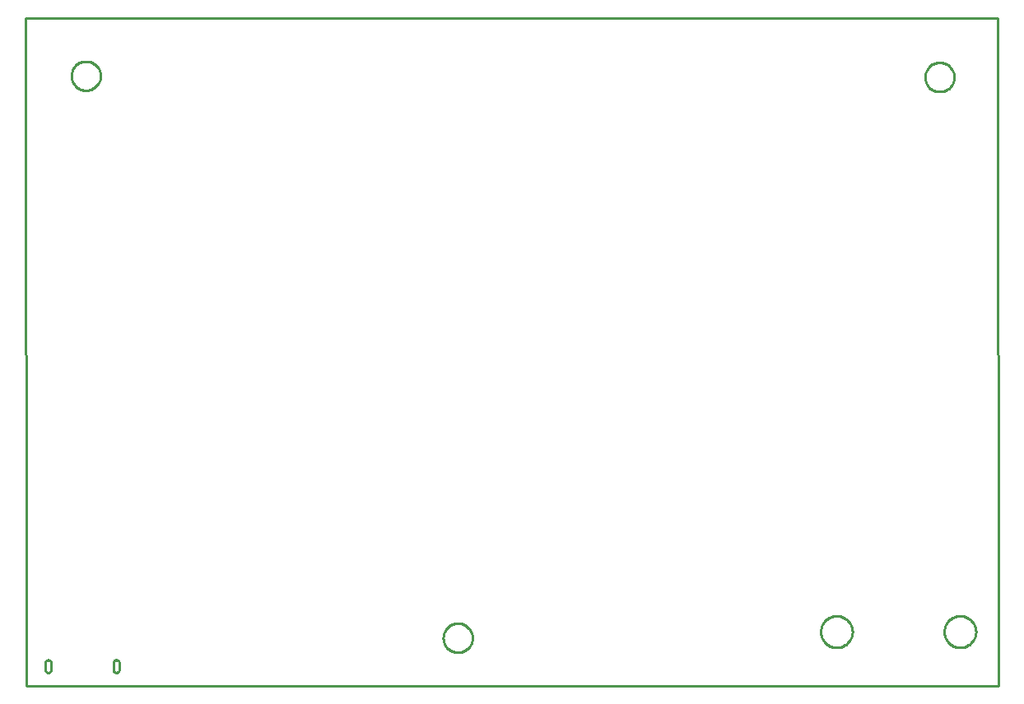
<source format=gbr>
G04 EAGLE Gerber RS-274X export*
G75*
%MOMM*%
%FSLAX34Y34*%
%LPD*%
%IN*%
%IPPOS*%
%AMOC8*
5,1,8,0,0,1.08239X$1,22.5*%
G01*
%ADD10C,0.254000*%


D10*
X-1016Y687478D02*
X0Y0D01*
X1000000Y0D01*
X998984Y687224D01*
X-1016Y687478D01*
X89150Y16820D02*
X89161Y16559D01*
X89196Y16299D01*
X89252Y16044D01*
X89331Y15794D01*
X89431Y15552D01*
X89552Y15320D01*
X89693Y15099D01*
X89852Y14892D01*
X90029Y14699D01*
X90222Y14522D01*
X90429Y14363D01*
X90650Y14222D01*
X90882Y14101D01*
X91124Y14001D01*
X91374Y13922D01*
X91629Y13866D01*
X91889Y13831D01*
X92150Y13820D01*
X92411Y13831D01*
X92671Y13866D01*
X92926Y13922D01*
X93176Y14001D01*
X93418Y14101D01*
X93650Y14222D01*
X93871Y14363D01*
X94078Y14522D01*
X94271Y14699D01*
X94448Y14892D01*
X94607Y15099D01*
X94748Y15320D01*
X94869Y15552D01*
X94969Y15794D01*
X95048Y16044D01*
X95104Y16299D01*
X95139Y16559D01*
X95150Y16820D01*
X95150Y23820D01*
X95139Y24081D01*
X95104Y24341D01*
X95048Y24596D01*
X94969Y24846D01*
X94869Y25088D01*
X94748Y25320D01*
X94607Y25541D01*
X94448Y25748D01*
X94271Y25941D01*
X94078Y26118D01*
X93871Y26277D01*
X93650Y26418D01*
X93418Y26539D01*
X93176Y26639D01*
X92926Y26718D01*
X92671Y26774D01*
X92411Y26809D01*
X92150Y26820D01*
X91889Y26809D01*
X91629Y26774D01*
X91374Y26718D01*
X91124Y26639D01*
X90882Y26539D01*
X90650Y26418D01*
X90429Y26277D01*
X90222Y26118D01*
X90029Y25941D01*
X89852Y25748D01*
X89693Y25541D01*
X89552Y25320D01*
X89431Y25088D01*
X89331Y24846D01*
X89252Y24596D01*
X89196Y24341D01*
X89161Y24081D01*
X89150Y23820D01*
X89150Y16820D01*
X19150Y16820D02*
X19161Y16559D01*
X19196Y16299D01*
X19252Y16044D01*
X19331Y15794D01*
X19431Y15552D01*
X19552Y15320D01*
X19693Y15099D01*
X19852Y14892D01*
X20029Y14699D01*
X20222Y14522D01*
X20429Y14363D01*
X20650Y14222D01*
X20882Y14101D01*
X21124Y14001D01*
X21374Y13922D01*
X21629Y13866D01*
X21889Y13831D01*
X22150Y13820D01*
X22411Y13831D01*
X22671Y13866D01*
X22926Y13922D01*
X23176Y14001D01*
X23418Y14101D01*
X23650Y14222D01*
X23871Y14363D01*
X24078Y14522D01*
X24271Y14699D01*
X24448Y14892D01*
X24607Y15099D01*
X24748Y15320D01*
X24869Y15552D01*
X24969Y15794D01*
X25048Y16044D01*
X25104Y16299D01*
X25139Y16559D01*
X25150Y16820D01*
X25150Y23820D01*
X25139Y24081D01*
X25104Y24341D01*
X25048Y24596D01*
X24969Y24846D01*
X24869Y25088D01*
X24748Y25320D01*
X24607Y25541D01*
X24448Y25748D01*
X24271Y25941D01*
X24078Y26118D01*
X23871Y26277D01*
X23650Y26418D01*
X23418Y26539D01*
X23176Y26639D01*
X22926Y26718D01*
X22671Y26774D01*
X22411Y26809D01*
X22150Y26820D01*
X21889Y26809D01*
X21629Y26774D01*
X21374Y26718D01*
X21124Y26639D01*
X20882Y26539D01*
X20650Y26418D01*
X20429Y26277D01*
X20222Y26118D01*
X20029Y25941D01*
X19852Y25748D01*
X19693Y25541D01*
X19552Y25320D01*
X19431Y25088D01*
X19331Y24846D01*
X19252Y24596D01*
X19196Y24341D01*
X19161Y24081D01*
X19150Y23820D01*
X19150Y16820D01*
X943870Y56392D02*
X943940Y57454D01*
X944078Y58508D01*
X944286Y59552D01*
X944561Y60580D01*
X944903Y61587D01*
X945311Y62570D01*
X945781Y63524D01*
X946313Y64446D01*
X946904Y65330D01*
X947552Y66174D01*
X948253Y66974D01*
X949006Y67727D01*
X949806Y68428D01*
X950650Y69076D01*
X951534Y69667D01*
X952456Y70199D01*
X953410Y70669D01*
X954393Y71077D01*
X955400Y71419D01*
X956428Y71694D01*
X957472Y71902D01*
X958526Y72040D01*
X959588Y72110D01*
X960652Y72110D01*
X961714Y72040D01*
X962768Y71902D01*
X963812Y71694D01*
X964840Y71419D01*
X965847Y71077D01*
X966830Y70669D01*
X967784Y70199D01*
X968706Y69667D01*
X969590Y69076D01*
X970434Y68428D01*
X971234Y67727D01*
X971987Y66974D01*
X972688Y66174D01*
X973336Y65330D01*
X973927Y64446D01*
X974459Y63524D01*
X974929Y62570D01*
X975337Y61587D01*
X975679Y60580D01*
X975954Y59552D01*
X976162Y58508D01*
X976300Y57454D01*
X976370Y56392D01*
X976370Y55328D01*
X976300Y54266D01*
X976162Y53212D01*
X975954Y52168D01*
X975679Y51140D01*
X975337Y50133D01*
X974929Y49150D01*
X974459Y48196D01*
X973927Y47274D01*
X973336Y46390D01*
X972688Y45546D01*
X971987Y44746D01*
X971234Y43993D01*
X970434Y43292D01*
X969590Y42644D01*
X968706Y42053D01*
X967784Y41521D01*
X966830Y41051D01*
X965847Y40643D01*
X964840Y40301D01*
X963812Y40026D01*
X962768Y39818D01*
X961714Y39680D01*
X960652Y39610D01*
X959588Y39610D01*
X958526Y39680D01*
X957472Y39818D01*
X956428Y40026D01*
X955400Y40301D01*
X954393Y40643D01*
X953410Y41051D01*
X952456Y41521D01*
X951534Y42053D01*
X950650Y42644D01*
X949806Y43292D01*
X949006Y43993D01*
X948253Y44746D01*
X947552Y45546D01*
X946904Y46390D01*
X946313Y47274D01*
X945781Y48196D01*
X945311Y49150D01*
X944903Y50133D01*
X944561Y51140D01*
X944286Y52168D01*
X944078Y53212D01*
X943940Y54266D01*
X943870Y55328D01*
X943870Y56392D01*
X816870Y56392D02*
X816940Y57454D01*
X817078Y58508D01*
X817286Y59552D01*
X817561Y60580D01*
X817903Y61587D01*
X818311Y62570D01*
X818781Y63524D01*
X819313Y64446D01*
X819904Y65330D01*
X820552Y66174D01*
X821253Y66974D01*
X822006Y67727D01*
X822806Y68428D01*
X823650Y69076D01*
X824534Y69667D01*
X825456Y70199D01*
X826410Y70669D01*
X827393Y71077D01*
X828400Y71419D01*
X829428Y71694D01*
X830472Y71902D01*
X831526Y72040D01*
X832588Y72110D01*
X833652Y72110D01*
X834714Y72040D01*
X835768Y71902D01*
X836812Y71694D01*
X837840Y71419D01*
X838847Y71077D01*
X839830Y70669D01*
X840784Y70199D01*
X841706Y69667D01*
X842590Y69076D01*
X843434Y68428D01*
X844234Y67727D01*
X844987Y66974D01*
X845688Y66174D01*
X846336Y65330D01*
X846927Y64446D01*
X847459Y63524D01*
X847929Y62570D01*
X848337Y61587D01*
X848679Y60580D01*
X848954Y59552D01*
X849162Y58508D01*
X849300Y57454D01*
X849370Y56392D01*
X849370Y55328D01*
X849300Y54266D01*
X849162Y53212D01*
X848954Y52168D01*
X848679Y51140D01*
X848337Y50133D01*
X847929Y49150D01*
X847459Y48196D01*
X846927Y47274D01*
X846336Y46390D01*
X845688Y45546D01*
X844987Y44746D01*
X844234Y43993D01*
X843434Y43292D01*
X842590Y42644D01*
X841706Y42053D01*
X840784Y41521D01*
X839830Y41051D01*
X838847Y40643D01*
X837840Y40301D01*
X836812Y40026D01*
X835768Y39818D01*
X834714Y39680D01*
X833652Y39610D01*
X832588Y39610D01*
X831526Y39680D01*
X830472Y39818D01*
X829428Y40026D01*
X828400Y40301D01*
X827393Y40643D01*
X826410Y41051D01*
X825456Y41521D01*
X824534Y42053D01*
X823650Y42644D01*
X822806Y43292D01*
X822006Y43993D01*
X821253Y44746D01*
X820552Y45546D01*
X819904Y46390D01*
X819313Y47274D01*
X818781Y48196D01*
X818311Y49150D01*
X817903Y50133D01*
X817561Y51140D01*
X817286Y52168D01*
X817078Y53212D01*
X816940Y54266D01*
X816870Y55328D01*
X816870Y56392D01*
X458484Y48994D02*
X458408Y47926D01*
X458255Y46865D01*
X458027Y45818D01*
X457725Y44790D01*
X457351Y43786D01*
X456906Y42811D01*
X456392Y41871D01*
X455813Y40970D01*
X455171Y40112D01*
X454469Y39302D01*
X453712Y38545D01*
X452902Y37843D01*
X452044Y37201D01*
X451143Y36622D01*
X450203Y36108D01*
X449228Y35663D01*
X448224Y35289D01*
X447196Y34987D01*
X446149Y34759D01*
X445088Y34606D01*
X444020Y34530D01*
X442948Y34530D01*
X441880Y34606D01*
X440819Y34759D01*
X439772Y34987D01*
X438744Y35289D01*
X437740Y35663D01*
X436765Y36108D01*
X435825Y36622D01*
X434924Y37201D01*
X434066Y37843D01*
X433256Y38545D01*
X432499Y39302D01*
X431797Y40112D01*
X431155Y40970D01*
X430576Y41871D01*
X430062Y42811D01*
X429617Y43786D01*
X429243Y44790D01*
X428941Y45818D01*
X428713Y46865D01*
X428560Y47926D01*
X428484Y48994D01*
X428484Y50066D01*
X428560Y51134D01*
X428713Y52195D01*
X428941Y53242D01*
X429243Y54270D01*
X429617Y55274D01*
X430062Y56249D01*
X430576Y57189D01*
X431155Y58090D01*
X431797Y58948D01*
X432499Y59758D01*
X433256Y60515D01*
X434066Y61217D01*
X434924Y61859D01*
X435825Y62438D01*
X436765Y62952D01*
X437740Y63397D01*
X438744Y63771D01*
X439772Y64073D01*
X440819Y64301D01*
X441880Y64454D01*
X442948Y64530D01*
X444020Y64530D01*
X445088Y64454D01*
X446149Y64301D01*
X447196Y64073D01*
X448224Y63771D01*
X449228Y63397D01*
X450203Y62952D01*
X451143Y62438D01*
X452044Y61859D01*
X452902Y61217D01*
X453712Y60515D01*
X454469Y59758D01*
X455171Y58948D01*
X455813Y58090D01*
X456392Y57189D01*
X456906Y56249D01*
X457351Y55274D01*
X457725Y54270D01*
X458027Y53242D01*
X458255Y52195D01*
X458408Y51134D01*
X458484Y50066D01*
X458484Y48994D01*
X75960Y627606D02*
X75884Y626538D01*
X75731Y625477D01*
X75503Y624430D01*
X75201Y623402D01*
X74827Y622398D01*
X74382Y621423D01*
X73868Y620483D01*
X73289Y619582D01*
X72647Y618724D01*
X71945Y617914D01*
X71188Y617157D01*
X70378Y616455D01*
X69520Y615813D01*
X68619Y615234D01*
X67679Y614720D01*
X66704Y614275D01*
X65700Y613901D01*
X64672Y613599D01*
X63625Y613371D01*
X62564Y613218D01*
X61496Y613142D01*
X60424Y613142D01*
X59356Y613218D01*
X58295Y613371D01*
X57248Y613599D01*
X56220Y613901D01*
X55216Y614275D01*
X54241Y614720D01*
X53301Y615234D01*
X52400Y615813D01*
X51542Y616455D01*
X50732Y617157D01*
X49975Y617914D01*
X49273Y618724D01*
X48631Y619582D01*
X48052Y620483D01*
X47538Y621423D01*
X47093Y622398D01*
X46719Y623402D01*
X46417Y624430D01*
X46189Y625477D01*
X46036Y626538D01*
X45960Y627606D01*
X45960Y628678D01*
X46036Y629746D01*
X46189Y630807D01*
X46417Y631854D01*
X46719Y632882D01*
X47093Y633886D01*
X47538Y634861D01*
X48052Y635801D01*
X48631Y636702D01*
X49273Y637560D01*
X49975Y638370D01*
X50732Y639127D01*
X51542Y639829D01*
X52400Y640471D01*
X53301Y641050D01*
X54241Y641564D01*
X55216Y642009D01*
X56220Y642383D01*
X57248Y642685D01*
X58295Y642913D01*
X59356Y643066D01*
X60424Y643142D01*
X61496Y643142D01*
X62564Y643066D01*
X63625Y642913D01*
X64672Y642685D01*
X65700Y642383D01*
X66704Y642009D01*
X67679Y641564D01*
X68619Y641050D01*
X69520Y640471D01*
X70378Y639829D01*
X71188Y639127D01*
X71945Y638370D01*
X72647Y637560D01*
X73289Y636702D01*
X73868Y635801D01*
X74382Y634861D01*
X74827Y633886D01*
X75201Y632882D01*
X75503Y631854D01*
X75731Y630807D01*
X75884Y629746D01*
X75960Y628678D01*
X75960Y627606D01*
X954038Y626336D02*
X953962Y625268D01*
X953809Y624207D01*
X953581Y623160D01*
X953279Y622132D01*
X952905Y621128D01*
X952460Y620153D01*
X951946Y619213D01*
X951367Y618312D01*
X950725Y617454D01*
X950023Y616644D01*
X949266Y615887D01*
X948456Y615185D01*
X947598Y614543D01*
X946697Y613964D01*
X945757Y613450D01*
X944782Y613005D01*
X943778Y612631D01*
X942750Y612329D01*
X941703Y612101D01*
X940642Y611948D01*
X939574Y611872D01*
X938502Y611872D01*
X937434Y611948D01*
X936373Y612101D01*
X935326Y612329D01*
X934298Y612631D01*
X933294Y613005D01*
X932319Y613450D01*
X931379Y613964D01*
X930478Y614543D01*
X929620Y615185D01*
X928810Y615887D01*
X928053Y616644D01*
X927351Y617454D01*
X926709Y618312D01*
X926130Y619213D01*
X925616Y620153D01*
X925171Y621128D01*
X924797Y622132D01*
X924495Y623160D01*
X924267Y624207D01*
X924114Y625268D01*
X924038Y626336D01*
X924038Y627408D01*
X924114Y628476D01*
X924267Y629537D01*
X924495Y630584D01*
X924797Y631612D01*
X925171Y632616D01*
X925616Y633591D01*
X926130Y634531D01*
X926709Y635432D01*
X927351Y636290D01*
X928053Y637100D01*
X928810Y637857D01*
X929620Y638559D01*
X930478Y639201D01*
X931379Y639780D01*
X932319Y640294D01*
X933294Y640739D01*
X934298Y641113D01*
X935326Y641415D01*
X936373Y641643D01*
X937434Y641796D01*
X938502Y641872D01*
X939574Y641872D01*
X940642Y641796D01*
X941703Y641643D01*
X942750Y641415D01*
X943778Y641113D01*
X944782Y640739D01*
X945757Y640294D01*
X946697Y639780D01*
X947598Y639201D01*
X948456Y638559D01*
X949266Y637857D01*
X950023Y637100D01*
X950725Y636290D01*
X951367Y635432D01*
X951946Y634531D01*
X952460Y633591D01*
X952905Y632616D01*
X953279Y631612D01*
X953581Y630584D01*
X953809Y629537D01*
X953962Y628476D01*
X954038Y627408D01*
X954038Y626336D01*
M02*

</source>
